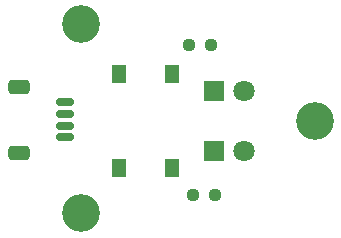
<source format=gbr>
%TF.GenerationSoftware,KiCad,Pcbnew,8.0.5*%
%TF.CreationDate,2025-01-14T10:13:25+01:00*%
%TF.ProjectId,SinglePoint,53696e67-6c65-4506-9f69-6e742e6b6963,rev?*%
%TF.SameCoordinates,Original*%
%TF.FileFunction,Soldermask,Top*%
%TF.FilePolarity,Negative*%
%FSLAX46Y46*%
G04 Gerber Fmt 4.6, Leading zero omitted, Abs format (unit mm)*
G04 Created by KiCad (PCBNEW 8.0.5) date 2025-01-14 10:13:25*
%MOMM*%
%LPD*%
G01*
G04 APERTURE LIST*
G04 Aperture macros list*
%AMRoundRect*
0 Rectangle with rounded corners*
0 $1 Rounding radius*
0 $2 $3 $4 $5 $6 $7 $8 $9 X,Y pos of 4 corners*
0 Add a 4 corners polygon primitive as box body*
4,1,4,$2,$3,$4,$5,$6,$7,$8,$9,$2,$3,0*
0 Add four circle primitives for the rounded corners*
1,1,$1+$1,$2,$3*
1,1,$1+$1,$4,$5*
1,1,$1+$1,$6,$7*
1,1,$1+$1,$8,$9*
0 Add four rect primitives between the rounded corners*
20,1,$1+$1,$2,$3,$4,$5,0*
20,1,$1+$1,$4,$5,$6,$7,0*
20,1,$1+$1,$6,$7,$8,$9,0*
20,1,$1+$1,$8,$9,$2,$3,0*%
G04 Aperture macros list end*
%ADD10R,1.300000X1.550000*%
%ADD11RoundRect,0.150000X-0.625000X0.150000X-0.625000X-0.150000X0.625000X-0.150000X0.625000X0.150000X0*%
%ADD12RoundRect,0.250000X-0.650000X0.350000X-0.650000X-0.350000X0.650000X-0.350000X0.650000X0.350000X0*%
%ADD13RoundRect,0.237500X0.250000X0.237500X-0.250000X0.237500X-0.250000X-0.237500X0.250000X-0.237500X0*%
%ADD14C,3.200000*%
%ADD15R,1.800000X1.800000*%
%ADD16C,1.800000*%
G04 APERTURE END LIST*
D10*
%TO.C,SW1*%
X39750000Y-57223000D03*
X39750000Y-65173000D03*
X35250000Y-57223000D03*
X35250000Y-65173000D03*
%TD*%
D11*
%TO.C,J1*%
X30647000Y-59571000D03*
X30647000Y-60571000D03*
X30647000Y-61571000D03*
X30647000Y-62571000D03*
D12*
X26772000Y-58271000D03*
X26772000Y-63871000D03*
%TD*%
D13*
%TO.C,R2*%
X43379000Y-67421000D03*
X41554000Y-67421000D03*
%TD*%
D14*
%TO.C,REF\u002A\u002A*%
X51819000Y-61216000D03*
%TD*%
D15*
%TO.C,D1*%
X43331249Y-58668235D03*
D16*
X45871249Y-58668235D03*
%TD*%
D14*
%TO.C,REF\u002A\u002A*%
X32000000Y-53000000D03*
%TD*%
D13*
%TO.C,R1*%
X43021500Y-54721000D03*
X41196500Y-54721000D03*
%TD*%
D15*
%TO.C,D2*%
X43309874Y-63734132D03*
D16*
X45849874Y-63734132D03*
%TD*%
D14*
%TO.C,REF\u002A\u002A*%
X32000000Y-69000000D03*
%TD*%
M02*

</source>
